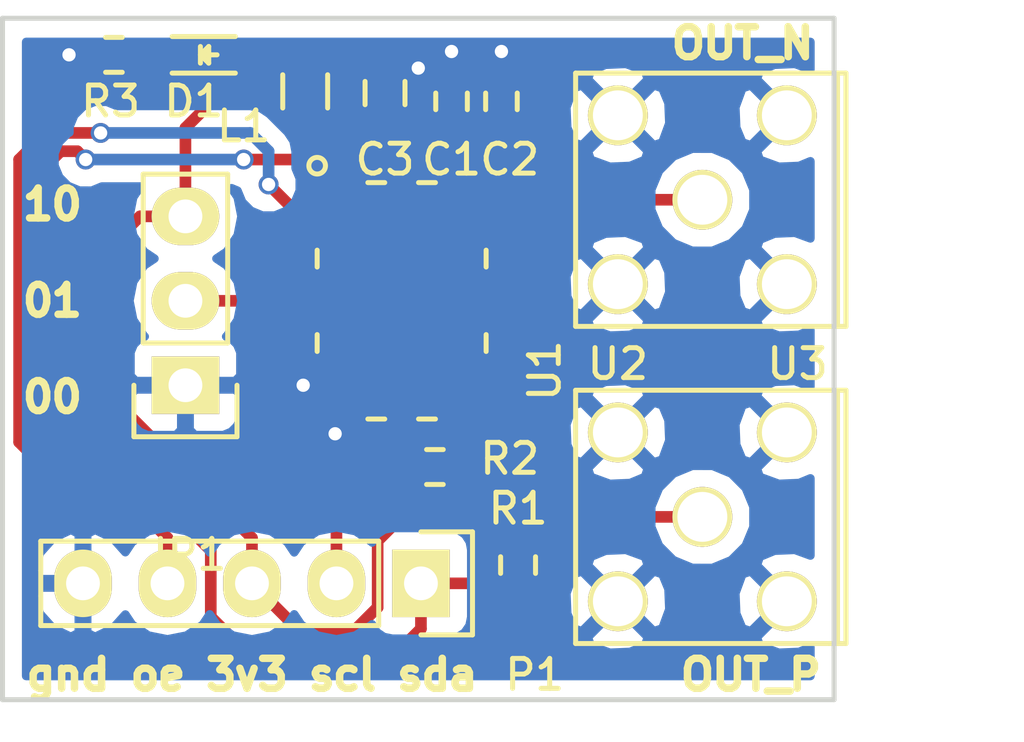
<source format=kicad_pcb>
(kicad_pcb (version 4) (host pcbnew 4.0.2-stable)

  (general
    (links 32)
    (no_connects 0)
    (area 139.424999 96.310714 170.350714 118.905)
    (thickness 1.6)
    (drawings 9)
    (tracks 102)
    (zones 0)
    (modules 13)
    (nets 11)
  )

  (page A4)
  (layers
    (0 F.Cu signal)
    (1 In1.Cu signal)
    (2 In2.Cu signal)
    (31 B.Cu signal)
    (32 B.Adhes user)
    (33 F.Adhes user)
    (34 B.Paste user)
    (35 F.Paste user)
    (36 B.SilkS user)
    (37 F.SilkS user)
    (38 B.Mask user)
    (39 F.Mask user)
    (40 Dwgs.User user)
    (41 Cmts.User user)
    (42 Eco1.User user)
    (43 Eco2.User user)
    (44 Edge.Cuts user)
    (45 Margin user)
    (46 B.CrtYd user)
    (47 F.CrtYd user)
    (48 B.Fab user)
    (49 F.Fab user)
  )

  (setup
    (last_trace_width 0.25)
    (user_trace_width 0.35)
    (trace_clearance 0.2)
    (zone_clearance 0.508)
    (zone_45_only no)
    (trace_min 0.2)
    (segment_width 0.2)
    (edge_width 0.15)
    (via_size 0.6)
    (via_drill 0.4)
    (via_min_size 0.4)
    (via_min_drill 0.3)
    (uvia_size 0.3)
    (uvia_drill 0.1)
    (uvias_allowed no)
    (uvia_min_size 0.2)
    (uvia_min_drill 0.1)
    (pcb_text_width 0.3)
    (pcb_text_size 1.5 1.5)
    (mod_edge_width 0.15)
    (mod_text_size 0.9 0.9)
    (mod_text_width 0.15)
    (pad_size 1.524 1.524)
    (pad_drill 0.762)
    (pad_to_mask_clearance 0.2)
    (aux_axis_origin 0 0)
    (visible_elements FFFEFF7F)
    (pcbplotparams
      (layerselection 0x010f0_80000001)
      (usegerberextensions true)
      (excludeedgelayer true)
      (linewidth 0.100000)
      (plotframeref false)
      (viasonmask false)
      (mode 1)
      (useauxorigin false)
      (hpglpennumber 1)
      (hpglpenspeed 20)
      (hpglpendiameter 15)
      (hpglpenoverlay 2)
      (psnegative false)
      (psa4output false)
      (plotreference true)
      (plotvalue true)
      (plotinvisibletext false)
      (padsonsilk false)
      (subtractmaskfromsilk false)
      (outputformat 1)
      (mirror false)
      (drillshape 0)
      (scaleselection 1)
      (outputdirectory gerbs/))
  )

  (net 0 "")
  (net 1 "Net-(C1-Pad1)")
  (net 2 GND)
  (net 3 +3V3)
  (net 4 "Net-(D1-Pad1)")
  (net 5 "Net-(JP1-Pad2)")
  (net 6 /SDA)
  (net 7 /SCL)
  (net 8 /OE)
  (net 9 /OUT_P)
  (net 10 /OUT_N)

  (net_class Default "This is the default net class."
    (clearance 0.2)
    (trace_width 0.25)
    (via_dia 0.6)
    (via_drill 0.4)
    (uvia_dia 0.3)
    (uvia_drill 0.1)
    (add_net +3V3)
    (add_net /OE)
    (add_net /OUT_N)
    (add_net /OUT_P)
    (add_net /SCL)
    (add_net /SDA)
    (add_net GND)
    (add_net "Net-(C1-Pad1)")
    (add_net "Net-(D1-Pad1)")
    (add_net "Net-(JP1-Pad2)")
  )

  (module Capacitors_SMD:C_0402 (layer F.Cu) (tedit 5415D599) (tstamp 571C7E0B)
    (at 153 99.5 90)
    (descr "Capacitor SMD 0402, reflow soldering, AVX (see smccp.pdf)")
    (tags "capacitor 0402")
    (path /571C7BC5)
    (attr smd)
    (fp_text reference C1 (at -1.75 0 180) (layer F.SilkS)
      (effects (font (size 0.9 0.9) (thickness 0.15)))
    )
    (fp_text value "100 nF" (at 0 1.7 90) (layer F.Fab)
      (effects (font (size 0.9 0.9) (thickness 0.15)))
    )
    (fp_line (start -1.15 -0.6) (end 1.15 -0.6) (layer F.CrtYd) (width 0.05))
    (fp_line (start -1.15 0.6) (end 1.15 0.6) (layer F.CrtYd) (width 0.05))
    (fp_line (start -1.15 -0.6) (end -1.15 0.6) (layer F.CrtYd) (width 0.05))
    (fp_line (start 1.15 -0.6) (end 1.15 0.6) (layer F.CrtYd) (width 0.05))
    (fp_line (start 0.25 -0.475) (end -0.25 -0.475) (layer F.SilkS) (width 0.15))
    (fp_line (start -0.25 0.475) (end 0.25 0.475) (layer F.SilkS) (width 0.15))
    (pad 1 smd rect (at -0.55 0 90) (size 0.6 0.5) (layers F.Cu F.Paste F.Mask)
      (net 1 "Net-(C1-Pad1)"))
    (pad 2 smd rect (at 0.55 0 90) (size 0.6 0.5) (layers F.Cu F.Paste F.Mask)
      (net 2 GND))
    (model Capacitors_SMD.3dshapes/C_0402.wrl
      (at (xyz 0 0 0))
      (scale (xyz 1 1 1))
      (rotate (xyz 0 0 0))
    )
  )

  (module Capacitors_SMD:C_0402 (layer F.Cu) (tedit 5415D599) (tstamp 571C7E11)
    (at 154.5 99.5 90)
    (descr "Capacitor SMD 0402, reflow soldering, AVX (see smccp.pdf)")
    (tags "capacitor 0402")
    (path /571C7CCF)
    (attr smd)
    (fp_text reference C2 (at -1.75 0.25 180) (layer F.SilkS)
      (effects (font (size 0.9 0.9) (thickness 0.15)))
    )
    (fp_text value "1 uF" (at 0 1.7 90) (layer F.Fab)
      (effects (font (size 0.9 0.9) (thickness 0.15)))
    )
    (fp_line (start -1.15 -0.6) (end 1.15 -0.6) (layer F.CrtYd) (width 0.05))
    (fp_line (start -1.15 0.6) (end 1.15 0.6) (layer F.CrtYd) (width 0.05))
    (fp_line (start -1.15 -0.6) (end -1.15 0.6) (layer F.CrtYd) (width 0.05))
    (fp_line (start 1.15 -0.6) (end 1.15 0.6) (layer F.CrtYd) (width 0.05))
    (fp_line (start 0.25 -0.475) (end -0.25 -0.475) (layer F.SilkS) (width 0.15))
    (fp_line (start -0.25 0.475) (end 0.25 0.475) (layer F.SilkS) (width 0.15))
    (pad 1 smd rect (at -0.55 0 90) (size 0.6 0.5) (layers F.Cu F.Paste F.Mask)
      (net 1 "Net-(C1-Pad1)"))
    (pad 2 smd rect (at 0.55 0 90) (size 0.6 0.5) (layers F.Cu F.Paste F.Mask)
      (net 2 GND))
    (model Capacitors_SMD.3dshapes/C_0402.wrl
      (at (xyz 0 0 0))
      (scale (xyz 1 1 1))
      (rotate (xyz 0 0 0))
    )
  )

  (module Capacitors_SMD:C_0603 (layer F.Cu) (tedit 5415D631) (tstamp 571C7E17)
    (at 151 99.25 90)
    (descr "Capacitor SMD 0603, reflow soldering, AVX (see smccp.pdf)")
    (tags "capacitor 0603")
    (path /571C8CBB)
    (attr smd)
    (fp_text reference C3 (at -2 0 180) (layer F.SilkS)
      (effects (font (size 0.9 0.9) (thickness 0.15)))
    )
    (fp_text value "10 uF" (at 0 1.9 90) (layer F.Fab)
      (effects (font (size 0.9 0.9) (thickness 0.15)))
    )
    (fp_line (start -1.45 -0.75) (end 1.45 -0.75) (layer F.CrtYd) (width 0.05))
    (fp_line (start -1.45 0.75) (end 1.45 0.75) (layer F.CrtYd) (width 0.05))
    (fp_line (start -1.45 -0.75) (end -1.45 0.75) (layer F.CrtYd) (width 0.05))
    (fp_line (start 1.45 -0.75) (end 1.45 0.75) (layer F.CrtYd) (width 0.05))
    (fp_line (start -0.35 -0.6) (end 0.35 -0.6) (layer F.SilkS) (width 0.15))
    (fp_line (start 0.35 0.6) (end -0.35 0.6) (layer F.SilkS) (width 0.15))
    (pad 1 smd rect (at -0.75 0 90) (size 0.8 0.75) (layers F.Cu F.Paste F.Mask)
      (net 1 "Net-(C1-Pad1)"))
    (pad 2 smd rect (at 0.75 0 90) (size 0.8 0.75) (layers F.Cu F.Paste F.Mask)
      (net 2 GND))
    (model Capacitors_SMD.3dshapes/C_0603.wrl
      (at (xyz 0 0 0))
      (scale (xyz 1 1 1))
      (rotate (xyz 0 0 0))
    )
  )

  (module LEDs:LED_0603 (layer F.Cu) (tedit 55BDE255) (tstamp 571C7E1D)
    (at 145.7 98.1)
    (descr "LED 0603 smd package")
    (tags "LED led 0603 SMD smd SMT smt smdled SMDLED smtled SMTLED")
    (path /571C8FEC)
    (attr smd)
    (fp_text reference D1 (at -0.45 1.4) (layer F.SilkS)
      (effects (font (size 0.9 0.9) (thickness 0.15)))
    )
    (fp_text value LED (at 0 1.5) (layer F.Fab)
      (effects (font (size 0.9 0.9) (thickness 0.15)))
    )
    (fp_line (start -1.1 0.55) (end 0.8 0.55) (layer F.SilkS) (width 0.15))
    (fp_line (start -1.1 -0.55) (end 0.8 -0.55) (layer F.SilkS) (width 0.15))
    (fp_line (start -0.2 0) (end 0.25 0) (layer F.SilkS) (width 0.15))
    (fp_line (start -0.25 -0.25) (end -0.25 0.25) (layer F.SilkS) (width 0.15))
    (fp_line (start -0.25 0) (end 0 -0.25) (layer F.SilkS) (width 0.15))
    (fp_line (start 0 -0.25) (end 0 0.25) (layer F.SilkS) (width 0.15))
    (fp_line (start 0 0.25) (end -0.25 0) (layer F.SilkS) (width 0.15))
    (fp_line (start 1.4 -0.75) (end 1.4 0.75) (layer F.CrtYd) (width 0.05))
    (fp_line (start 1.4 0.75) (end -1.4 0.75) (layer F.CrtYd) (width 0.05))
    (fp_line (start -1.4 0.75) (end -1.4 -0.75) (layer F.CrtYd) (width 0.05))
    (fp_line (start -1.4 -0.75) (end 1.4 -0.75) (layer F.CrtYd) (width 0.05))
    (pad 2 smd rect (at 0.7493 0 180) (size 0.79756 0.79756) (layers F.Cu F.Paste F.Mask)
      (net 3 +3V3))
    (pad 1 smd rect (at -0.7493 0 180) (size 0.79756 0.79756) (layers F.Cu F.Paste F.Mask)
      (net 4 "Net-(D1-Pad1)"))
    (model LEDs.3dshapes/LED_0603.wrl
      (at (xyz 0 0 0))
      (scale (xyz 1 1 1))
      (rotate (xyz 0 0 180))
    )
  )

  (module Pin_Headers:Pin_Header_Straight_1x03 (layer F.Cu) (tedit 0) (tstamp 571C7E24)
    (at 145 108.04 180)
    (descr "Through hole pin header")
    (tags "pin header")
    (path /571C7A98)
    (fp_text reference JP1 (at 0 -5.1 180) (layer F.SilkS)
      (effects (font (size 0.9 0.9) (thickness 0.15)))
    )
    (fp_text value JUMPER3 (at 0 -3.1 180) (layer F.Fab)
      (effects (font (size 0.9 0.9) (thickness 0.15)))
    )
    (fp_line (start -1.75 -1.75) (end -1.75 6.85) (layer F.CrtYd) (width 0.05))
    (fp_line (start 1.75 -1.75) (end 1.75 6.85) (layer F.CrtYd) (width 0.05))
    (fp_line (start -1.75 -1.75) (end 1.75 -1.75) (layer F.CrtYd) (width 0.05))
    (fp_line (start -1.75 6.85) (end 1.75 6.85) (layer F.CrtYd) (width 0.05))
    (fp_line (start -1.27 1.27) (end -1.27 6.35) (layer F.SilkS) (width 0.15))
    (fp_line (start -1.27 6.35) (end 1.27 6.35) (layer F.SilkS) (width 0.15))
    (fp_line (start 1.27 6.35) (end 1.27 1.27) (layer F.SilkS) (width 0.15))
    (fp_line (start 1.55 -1.55) (end 1.55 0) (layer F.SilkS) (width 0.15))
    (fp_line (start 1.27 1.27) (end -1.27 1.27) (layer F.SilkS) (width 0.15))
    (fp_line (start -1.55 0) (end -1.55 -1.55) (layer F.SilkS) (width 0.15))
    (fp_line (start -1.55 -1.55) (end 1.55 -1.55) (layer F.SilkS) (width 0.15))
    (pad 1 thru_hole rect (at 0 0 180) (size 2.032 1.7272) (drill 1.016) (layers *.Cu *.Mask F.SilkS)
      (net 2 GND))
    (pad 2 thru_hole oval (at 0 2.54 180) (size 2.032 1.7272) (drill 1.016) (layers *.Cu *.Mask F.SilkS)
      (net 5 "Net-(JP1-Pad2)"))
    (pad 3 thru_hole oval (at 0 5.08 180) (size 2.032 1.7272) (drill 1.016) (layers *.Cu *.Mask F.SilkS)
      (net 3 +3V3))
    (model Pin_Headers.3dshapes/Pin_Header_Straight_1x03.wrl
      (at (xyz 0 -0.1 0))
      (scale (xyz 1 1 1))
      (rotate (xyz 0 0 90))
    )
  )

  (module Resistors_SMD:R_0603 (layer F.Cu) (tedit 5415CC62) (tstamp 571C7E2A)
    (at 148.6 99.2 270)
    (descr "Resistor SMD 0603, reflow soldering, Vishay (see dcrcw.pdf)")
    (tags "resistor 0603")
    (path /571C7D7A)
    (attr smd)
    (fp_text reference L1 (at 1.05 1.85 360) (layer F.SilkS)
      (effects (font (size 0.9 0.9) (thickness 0.15)))
    )
    (fp_text value L_Small (at 0 1.9 270) (layer F.Fab)
      (effects (font (size 0.9 0.9) (thickness 0.15)))
    )
    (fp_line (start -1.3 -0.8) (end 1.3 -0.8) (layer F.CrtYd) (width 0.05))
    (fp_line (start -1.3 0.8) (end 1.3 0.8) (layer F.CrtYd) (width 0.05))
    (fp_line (start -1.3 -0.8) (end -1.3 0.8) (layer F.CrtYd) (width 0.05))
    (fp_line (start 1.3 -0.8) (end 1.3 0.8) (layer F.CrtYd) (width 0.05))
    (fp_line (start 0.5 0.675) (end -0.5 0.675) (layer F.SilkS) (width 0.15))
    (fp_line (start -0.5 -0.675) (end 0.5 -0.675) (layer F.SilkS) (width 0.15))
    (pad 1 smd rect (at -0.75 0 270) (size 0.5 0.9) (layers F.Cu F.Paste F.Mask)
      (net 3 +3V3))
    (pad 2 smd rect (at 0.75 0 270) (size 0.5 0.9) (layers F.Cu F.Paste F.Mask)
      (net 1 "Net-(C1-Pad1)"))
    (model Resistors_SMD.3dshapes/R_0603.wrl
      (at (xyz 0 0 0))
      (scale (xyz 1 1 1))
      (rotate (xyz 0 0 0))
    )
  )

  (module Pin_Headers:Pin_Header_Straight_1x05 (layer F.Cu) (tedit 54EA0684) (tstamp 571C7E33)
    (at 152.08 114 270)
    (descr "Through hole pin header")
    (tags "pin header")
    (path /571C802D)
    (fp_text reference P1 (at 2.75 -3.42 360) (layer F.SilkS)
      (effects (font (size 0.9 0.9) (thickness 0.15)))
    )
    (fp_text value CONN_01X05 (at 0 -3.1 270) (layer F.Fab)
      (effects (font (size 0.9 0.9) (thickness 0.15)))
    )
    (fp_line (start -1.55 0) (end -1.55 -1.55) (layer F.SilkS) (width 0.15))
    (fp_line (start -1.55 -1.55) (end 1.55 -1.55) (layer F.SilkS) (width 0.15))
    (fp_line (start 1.55 -1.55) (end 1.55 0) (layer F.SilkS) (width 0.15))
    (fp_line (start -1.75 -1.75) (end -1.75 11.95) (layer F.CrtYd) (width 0.05))
    (fp_line (start 1.75 -1.75) (end 1.75 11.95) (layer F.CrtYd) (width 0.05))
    (fp_line (start -1.75 -1.75) (end 1.75 -1.75) (layer F.CrtYd) (width 0.05))
    (fp_line (start -1.75 11.95) (end 1.75 11.95) (layer F.CrtYd) (width 0.05))
    (fp_line (start 1.27 1.27) (end 1.27 11.43) (layer F.SilkS) (width 0.15))
    (fp_line (start 1.27 11.43) (end -1.27 11.43) (layer F.SilkS) (width 0.15))
    (fp_line (start -1.27 11.43) (end -1.27 1.27) (layer F.SilkS) (width 0.15))
    (fp_line (start 1.27 1.27) (end -1.27 1.27) (layer F.SilkS) (width 0.15))
    (pad 1 thru_hole rect (at 0 0 270) (size 2.032 1.7272) (drill 1.016) (layers *.Cu *.Mask F.SilkS)
      (net 6 /SDA))
    (pad 2 thru_hole oval (at 0 2.54 270) (size 2.032 1.7272) (drill 1.016) (layers *.Cu *.Mask F.SilkS)
      (net 7 /SCL))
    (pad 3 thru_hole oval (at 0 5.08 270) (size 2.032 1.7272) (drill 1.016) (layers *.Cu *.Mask F.SilkS)
      (net 3 +3V3))
    (pad 4 thru_hole oval (at 0 7.62 270) (size 2.032 1.7272) (drill 1.016) (layers *.Cu *.Mask F.SilkS)
      (net 8 /OE))
    (pad 5 thru_hole oval (at 0 10.16 270) (size 2.032 1.7272) (drill 1.016) (layers *.Cu *.Mask F.SilkS)
      (net 2 GND))
    (model Pin_Headers.3dshapes/Pin_Header_Straight_1x05.wrl
      (at (xyz 0 -0.2 0))
      (scale (xyz 1 1 1))
      (rotate (xyz 0 0 90))
    )
  )

  (module Resistors_SMD:R_0402 (layer F.Cu) (tedit 5415CBB8) (tstamp 571C7E39)
    (at 155 113.45 270)
    (descr "Resistor SMD 0402, reflow soldering, Vishay (see dcrcw.pdf)")
    (tags "resistor 0402")
    (path /571C846B)
    (attr smd)
    (fp_text reference R1 (at -1.7 0 360) (layer F.SilkS)
      (effects (font (size 0.9 0.9) (thickness 0.15)))
    )
    (fp_text value 10k (at 0 1.8 270) (layer F.Fab)
      (effects (font (size 0.9 0.9) (thickness 0.15)))
    )
    (fp_line (start -0.95 -0.65) (end 0.95 -0.65) (layer F.CrtYd) (width 0.05))
    (fp_line (start -0.95 0.65) (end 0.95 0.65) (layer F.CrtYd) (width 0.05))
    (fp_line (start -0.95 -0.65) (end -0.95 0.65) (layer F.CrtYd) (width 0.05))
    (fp_line (start 0.95 -0.65) (end 0.95 0.65) (layer F.CrtYd) (width 0.05))
    (fp_line (start 0.25 -0.525) (end -0.25 -0.525) (layer F.SilkS) (width 0.15))
    (fp_line (start -0.25 0.525) (end 0.25 0.525) (layer F.SilkS) (width 0.15))
    (pad 1 smd rect (at -0.45 0 270) (size 0.4 0.6) (layers F.Cu F.Paste F.Mask)
      (net 3 +3V3))
    (pad 2 smd rect (at 0.45 0 270) (size 0.4 0.6) (layers F.Cu F.Paste F.Mask)
      (net 6 /SDA))
    (model Resistors_SMD.3dshapes/R_0402.wrl
      (at (xyz 0 0 0))
      (scale (xyz 1 1 1))
      (rotate (xyz 0 0 0))
    )
  )

  (module Resistors_SMD:R_0402 (layer F.Cu) (tedit 5415CBB8) (tstamp 571C7E3F)
    (at 152.5 110.5 180)
    (descr "Resistor SMD 0402, reflow soldering, Vishay (see dcrcw.pdf)")
    (tags "resistor 0402")
    (path /571C7E8E)
    (attr smd)
    (fp_text reference R2 (at -2.25 0.25 180) (layer F.SilkS)
      (effects (font (size 0.9 0.9) (thickness 0.15)))
    )
    (fp_text value 10k (at 0 1.8 180) (layer F.Fab)
      (effects (font (size 0.9 0.9) (thickness 0.15)))
    )
    (fp_line (start -0.95 -0.65) (end 0.95 -0.65) (layer F.CrtYd) (width 0.05))
    (fp_line (start -0.95 0.65) (end 0.95 0.65) (layer F.CrtYd) (width 0.05))
    (fp_line (start -0.95 -0.65) (end -0.95 0.65) (layer F.CrtYd) (width 0.05))
    (fp_line (start 0.95 -0.65) (end 0.95 0.65) (layer F.CrtYd) (width 0.05))
    (fp_line (start 0.25 -0.525) (end -0.25 -0.525) (layer F.SilkS) (width 0.15))
    (fp_line (start -0.25 0.525) (end 0.25 0.525) (layer F.SilkS) (width 0.15))
    (pad 1 smd rect (at -0.45 0 180) (size 0.4 0.6) (layers F.Cu F.Paste F.Mask)
      (net 3 +3V3))
    (pad 2 smd rect (at 0.45 0 180) (size 0.4 0.6) (layers F.Cu F.Paste F.Mask)
      (net 7 /SCL))
    (model Resistors_SMD.3dshapes/R_0402.wrl
      (at (xyz 0 0 0))
      (scale (xyz 1 1 1))
      (rotate (xyz 0 0 0))
    )
  )

  (module Resistors_SMD:R_0402 (layer F.Cu) (tedit 5415CBB8) (tstamp 571C7E45)
    (at 142.85 98.1)
    (descr "Resistor SMD 0402, reflow soldering, Vishay (see dcrcw.pdf)")
    (tags "resistor 0402")
    (path /571C90F2)
    (attr smd)
    (fp_text reference R3 (at -0.1 1.4) (layer F.SilkS)
      (effects (font (size 0.9 0.9) (thickness 0.15)))
    )
    (fp_text value 10k (at 0 1.8) (layer F.Fab)
      (effects (font (size 0.9 0.9) (thickness 0.15)))
    )
    (fp_line (start -0.95 -0.65) (end 0.95 -0.65) (layer F.CrtYd) (width 0.05))
    (fp_line (start -0.95 0.65) (end 0.95 0.65) (layer F.CrtYd) (width 0.05))
    (fp_line (start -0.95 -0.65) (end -0.95 0.65) (layer F.CrtYd) (width 0.05))
    (fp_line (start 0.95 -0.65) (end 0.95 0.65) (layer F.CrtYd) (width 0.05))
    (fp_line (start 0.25 -0.525) (end -0.25 -0.525) (layer F.SilkS) (width 0.15))
    (fp_line (start -0.25 0.525) (end 0.25 0.525) (layer F.SilkS) (width 0.15))
    (pad 1 smd rect (at -0.45 0) (size 0.4 0.6) (layers F.Cu F.Paste F.Mask)
      (net 2 GND))
    (pad 2 smd rect (at 0.45 0) (size 0.4 0.6) (layers F.Cu F.Paste F.Mask)
      (net 4 "Net-(D1-Pad1)"))
    (model Resistors_SMD.3dshapes/R_0402.wrl
      (at (xyz 0 0 0))
      (scale (xyz 1 1 1))
      (rotate (xyz 0 0 0))
    )
  )

  (module vna_footprints:QFM8 (layer F.Cu) (tedit 571B41B8) (tstamp 571C7E51)
    (at 151.5 105.5)
    (path /571C7A71)
    (fp_text reference U1 (at 4.3 2.1 90) (layer F.SilkS)
      (effects (font (size 0.9 0.9) (thickness 0.15)))
    )
    (fp_text value LMK61E2 (at 4.064 -6.604) (layer F.Fab)
      (effects (font (size 0.9 0.9) (thickness 0.15)))
    )
    (fp_line (start 0.508 3.556) (end 1.016 3.556) (layer F.SilkS) (width 0.15))
    (fp_line (start -1.016 3.556) (end -0.508 3.556) (layer F.SilkS) (width 0.15))
    (fp_line (start -1.016 -3.556) (end -0.508 -3.556) (layer F.SilkS) (width 0.15))
    (fp_line (start 0.508 -3.556) (end 1.016 -3.556) (layer F.SilkS) (width 0.15))
    (fp_line (start 2.54 -1.524) (end 2.54 -1.016) (layer F.SilkS) (width 0.15))
    (fp_line (start 2.54 1.016) (end 2.54 1.524) (layer F.SilkS) (width 0.15))
    (fp_line (start -2.54 1.016) (end -2.54 1.524) (layer F.SilkS) (width 0.15))
    (fp_line (start -2.54 -1.524) (end -2.54 -1.016) (layer F.SilkS) (width 0.15))
    (fp_circle (center -2.54 -4.064) (end -2.79 -4.064) (layer F.SilkS) (width 0.15))
    (pad 1 smd rect (at -1.85 -2.54) (size 1 1.4) (layers F.Cu F.Paste F.Mask)
      (net 8 /OE))
    (pad 2 smd rect (at -1.85 0) (size 1 1.4) (layers F.Cu F.Paste F.Mask)
      (net 5 "Net-(JP1-Pad2)"))
    (pad 3 smd rect (at -1.85 2.54) (size 1 1.4) (layers F.Cu F.Paste F.Mask)
      (net 2 GND))
    (pad 4 smd rect (at 1.85 2.54) (size 1 1.4) (layers F.Cu F.Paste F.Mask)
      (net 9 /OUT_P))
    (pad 5 smd rect (at 1.85 0) (size 1 1.4) (layers F.Cu F.Paste F.Mask)
      (net 10 /OUT_N))
    (pad 6 smd rect (at 1.85 -2.54) (size 1 1.4) (layers F.Cu F.Paste F.Mask)
      (net 1 "Net-(C1-Pad1)"))
    (pad 7 smd rect (at 0 -2.865) (size 0.8 0.8) (layers F.Cu F.Paste F.Mask)
      (net 6 /SDA))
    (pad 8 smd rect (at 0 2.865) (size 0.8 0.8) (layers F.Cu F.Paste F.Mask)
      (net 7 /SCL))
  )

  (module vna_footprints:732512200_SMA (layer F.Cu) (tedit 56AF1EC8) (tstamp 571C7E5A)
    (at 160.54 112 180)
    (path /571C9C12)
    (fp_text reference U2 (at 2.54 4.6 180) (layer F.SilkS)
      (effects (font (size 0.9 0.9) (thickness 0.15)))
    )
    (fp_text value CONN_SMA (at -6 -6 180) (layer F.Fab)
      (effects (font (size 0.9 0.9) (thickness 0.15)))
    )
    (fp_line (start -4.064 3.81) (end -4.064 -3.81) (layer F.SilkS) (width 0.15))
    (fp_line (start -4.318 3.81) (end -3.81 3.81) (layer F.SilkS) (width 0.15))
    (fp_line (start -4.318 -3.81) (end -4.318 3.81) (layer F.SilkS) (width 0.15))
    (fp_line (start -4.318 -3.81) (end -3.81 -3.81) (layer F.SilkS) (width 0.15))
    (fp_line (start 3.81 3.81) (end -3.81 3.81) (layer F.SilkS) (width 0.15))
    (fp_line (start 3.81 -3.81) (end 3.81 3.81) (layer F.SilkS) (width 0.15))
    (fp_line (start -3.81 -3.81) (end 3.81 -3.81) (layer F.SilkS) (width 0.15))
    (pad 1 thru_hole circle (at 0 0 180) (size 1.8 1.8) (drill 1.5) (layers *.Cu *.Mask F.SilkS)
      (net 9 /OUT_P))
    (pad 2 thru_hole circle (at -2.54 2.54 180) (size 1.8 1.8) (drill 1.5) (layers *.Cu *.Mask F.SilkS)
      (net 2 GND))
    (pad 3 thru_hole circle (at -2.54 -2.54 180) (size 1.8 1.8) (drill 1.5) (layers *.Cu *.Mask F.SilkS)
      (net 2 GND))
    (pad 4 thru_hole circle (at 2.54 -2.54 180) (size 1.8 1.8) (drill 1.5) (layers *.Cu *.Mask F.SilkS)
      (net 2 GND))
    (pad 5 thru_hole circle (at 2.54 2.54 180) (size 1.8 1.8) (drill 1.5) (layers *.Cu *.Mask F.SilkS)
      (net 2 GND))
  )

  (module vna_footprints:732512200_SMA (layer F.Cu) (tedit 56AF1EC8) (tstamp 571C7E63)
    (at 160.54 102.46 180)
    (path /571C9880)
    (fp_text reference U3 (at -2.86 -4.94 180) (layer F.SilkS)
      (effects (font (size 0.9 0.9) (thickness 0.15)))
    )
    (fp_text value CONN_SMA (at -6 -6 180) (layer F.Fab)
      (effects (font (size 0.9 0.9) (thickness 0.15)))
    )
    (fp_line (start -4.064 3.81) (end -4.064 -3.81) (layer F.SilkS) (width 0.15))
    (fp_line (start -4.318 3.81) (end -3.81 3.81) (layer F.SilkS) (width 0.15))
    (fp_line (start -4.318 -3.81) (end -4.318 3.81) (layer F.SilkS) (width 0.15))
    (fp_line (start -4.318 -3.81) (end -3.81 -3.81) (layer F.SilkS) (width 0.15))
    (fp_line (start 3.81 3.81) (end -3.81 3.81) (layer F.SilkS) (width 0.15))
    (fp_line (start 3.81 -3.81) (end 3.81 3.81) (layer F.SilkS) (width 0.15))
    (fp_line (start -3.81 -3.81) (end 3.81 -3.81) (layer F.SilkS) (width 0.15))
    (pad 1 thru_hole circle (at 0 0 180) (size 1.8 1.8) (drill 1.5) (layers *.Cu *.Mask F.SilkS)
      (net 10 /OUT_N))
    (pad 2 thru_hole circle (at -2.54 2.54 180) (size 1.8 1.8) (drill 1.5) (layers *.Cu *.Mask F.SilkS)
      (net 2 GND))
    (pad 3 thru_hole circle (at -2.54 -2.54 180) (size 1.8 1.8) (drill 1.5) (layers *.Cu *.Mask F.SilkS)
      (net 2 GND))
    (pad 4 thru_hole circle (at 2.54 -2.54 180) (size 1.8 1.8) (drill 1.5) (layers *.Cu *.Mask F.SilkS)
      (net 2 GND))
    (pad 5 thru_hole circle (at 2.54 2.54 180) (size 1.8 1.8) (drill 1.5) (layers *.Cu *.Mask F.SilkS)
      (net 2 GND))
  )

  (gr_text OUT_N (at 161.75 97.75) (layer F.SilkS) (tstamp 571CEA6F)
    (effects (font (size 0.9 0.9) (thickness 0.225)))
  )
  (gr_text OUT_P (at 162 116.75) (layer F.SilkS) (tstamp 571CEA6B)
    (effects (font (size 0.9 0.9) (thickness 0.225)))
  )
  (gr_text "10\n\n01\n\n00" (at 141 105.5) (layer F.SilkS)
    (effects (font (size 0.9 0.9) (thickness 0.225)))
  )
  (gr_text "gnd oe 3v3 scl sda" (at 147 116.75) (layer F.SilkS)
    (effects (font (size 0.9 0.9) (thickness 0.225)))
  )
  (gr_line (start 164.5 117.5) (end 164.5 116) (layer Edge.Cuts) (width 0.15))
  (gr_line (start 139.5 117.5) (end 164.5 117.5) (layer Edge.Cuts) (width 0.15))
  (gr_line (start 139.5 97) (end 139.5 117.5) (layer Edge.Cuts) (width 0.15))
  (gr_line (start 164.5 97) (end 139.5 97) (layer Edge.Cuts) (width 0.15))
  (gr_line (start 164.5 116) (end 164.5 97) (layer Edge.Cuts) (width 0.15))

  (segment (start 151 100) (end 148.65 100) (width 0.35) (layer F.Cu) (net 1))
  (segment (start 148.65 100) (end 148.6 99.95) (width 0.35) (layer F.Cu) (net 1))
  (segment (start 153 100.05) (end 151.05 100.05) (width 0.35) (layer F.Cu) (net 1))
  (segment (start 151.05 100.05) (end 151 100) (width 0.35) (layer F.Cu) (net 1))
  (segment (start 153 100.05) (end 154.5 100.05) (width 0.35) (layer F.Cu) (net 1))
  (segment (start 153.35 101.35) (end 153 101) (width 0.35) (layer F.Cu) (net 1))
  (segment (start 153 101) (end 153 100.05) (width 0.35) (layer F.Cu) (net 1))
  (segment (start 153.35 102.96) (end 153.35 101.35) (width 0.35) (layer F.Cu) (net 1))
  (segment (start 151 98.5) (end 152 98.5) (width 0.35) (layer F.Cu) (net 2))
  (via (at 152 98.5) (size 0.6) (drill 0.4) (layers F.Cu B.Cu) (net 2))
  (via (at 141.5 98.1) (size 0.6) (drill 0.4) (layers F.Cu B.Cu) (net 2))
  (segment (start 142.4 98.1) (end 141.5 98.1) (width 0.35) (layer F.Cu) (net 2))
  (via (at 153 98) (size 0.6) (drill 0.4) (layers F.Cu B.Cu) (net 2))
  (segment (start 153 98.95) (end 153 98) (width 0.35) (layer F.Cu) (net 2))
  (segment (start 154.5 98.95) (end 154.5 98) (width 0.35) (layer F.Cu) (net 2))
  (via (at 154.5 98) (size 0.6) (drill 0.4) (layers F.Cu B.Cu) (net 2))
  (segment (start 149.65 108.04) (end 149.65 109.35) (width 0.35) (layer F.Cu) (net 2))
  (segment (start 149.65 109.35) (end 149.5 109.5) (width 0.35) (layer F.Cu) (net 2))
  (via (at 149.5 109.5) (size 0.6) (drill 0.4) (layers F.Cu B.Cu) (net 2))
  (via (at 148.54 108.04) (size 0.6) (drill 0.4) (layers F.Cu B.Cu) (net 2))
  (segment (start 149.65 108.04) (end 148.54 108.04) (width 0.35) (layer F.Cu) (net 2))
  (segment (start 142.5 104.094) (end 142.5 108.134) (width 0.35) (layer F.Cu) (net 3))
  (segment (start 142.5 108.134) (end 147 112.634) (width 0.35) (layer F.Cu) (net 3))
  (segment (start 147 112.634) (end 147 114) (width 0.35) (layer F.Cu) (net 3))
  (segment (start 145 102.96) (end 143.634 102.96) (width 0.35) (layer F.Cu) (net 3))
  (segment (start 143.634 102.96) (end 142.5 104.094) (width 0.35) (layer F.Cu) (net 3))
  (segment (start 146.4493 98.1) (end 146.4493 98.84878) (width 0.35) (layer F.Cu) (net 3))
  (segment (start 146.4493 98.84878) (end 145 100.29808) (width 0.35) (layer F.Cu) (net 3))
  (segment (start 145 100.29808) (end 145 101.7464) (width 0.35) (layer F.Cu) (net 3))
  (segment (start 145 101.7464) (end 145 102.96) (width 0.35) (layer F.Cu) (net 3))
  (segment (start 147.3 98.1) (end 147.65 98.45) (width 0.35) (layer F.Cu) (net 3))
  (segment (start 147.65 98.45) (end 148.6 98.45) (width 0.35) (layer F.Cu) (net 3))
  (segment (start 146.4493 98.1) (end 147.3 98.1) (width 0.35) (layer F.Cu) (net 3))
  (segment (start 147 114) (end 148.39101 115.39101) (width 0.35) (layer F.Cu) (net 3))
  (segment (start 148.39101 115.39101) (end 150.10899 115.39101) (width 0.35) (layer F.Cu) (net 3))
  (segment (start 150.10899 115.39101) (end 150.77861 114.72139) (width 0.35) (layer F.Cu) (net 3))
  (segment (start 150.77861 114.72139) (end 150.77861 112.72139) (width 0.35) (layer F.Cu) (net 3))
  (segment (start 150.77861 112.72139) (end 151.5 112) (width 0.35) (layer F.Cu) (net 3))
  (segment (start 151.5 112) (end 153 112) (width 0.35) (layer F.Cu) (net 3))
  (segment (start 153 112) (end 153.5 111.5) (width 0.35) (layer F.Cu) (net 3))
  (segment (start 153.5 111.5) (end 154 112) (width 0.35) (layer F.Cu) (net 3))
  (segment (start 153 111) (end 153.5 111.5) (width 0.35) (layer F.Cu) (net 3))
  (segment (start 152.95 110.5) (end 152.95 110.6) (width 0.35) (layer F.Cu) (net 3))
  (segment (start 152.95 110.6) (end 153 110.65) (width 0.35) (layer F.Cu) (net 3))
  (segment (start 153 110.65) (end 153 111) (width 0.35) (layer F.Cu) (net 3))
  (segment (start 154 112) (end 154.55 112) (width 0.35) (layer F.Cu) (net 3))
  (segment (start 154.55 112) (end 155 112.45) (width 0.35) (layer F.Cu) (net 3))
  (segment (start 155 112.45) (end 155 113) (width 0.35) (layer F.Cu) (net 3))
  (segment (start 144.9507 98.1) (end 143.3 98.1) (width 0.35) (layer F.Cu) (net 4))
  (segment (start 145 105.5) (end 149.65 105.5) (width 0.35) (layer F.Cu) (net 5))
  (segment (start 150.815 101.2) (end 150.765 101.25) (width 0.35) (layer F.Cu) (net 6))
  (segment (start 150.765 101.25) (end 146.75 101.25) (width 0.35) (layer F.Cu) (net 6))
  (via (at 146.75 101.25) (size 0.6) (drill 0.4) (layers F.Cu B.Cu) (net 6))
  (segment (start 142 101.25) (end 146.75 101.25) (width 0.35) (layer B.Cu) (net 6))
  (segment (start 141.75 101) (end 142 101.25) (width 0.35) (layer F.Cu) (net 6))
  (via (at 142 101.25) (size 0.6) (drill 0.4) (layers F.Cu B.Cu) (net 6))
  (segment (start 141.25 101) (end 141.75 101) (width 0.35) (layer F.Cu) (net 6))
  (segment (start 140.55001 101.69999) (end 141.25 101) (width 0.35) (layer F.Cu) (net 6))
  (segment (start 140.55001 109.30001) (end 140.55001 101.69999) (width 0.35) (layer F.Cu) (net 6))
  (segment (start 141.94999 110.69999) (end 140.55001 109.30001) (width 0.35) (layer F.Cu) (net 6))
  (segment (start 145.76139 113.01139) (end 143.44999 110.69999) (width 0.35) (layer F.Cu) (net 6))
  (segment (start 143.44999 110.69999) (end 141.94999 110.69999) (width 0.35) (layer F.Cu) (net 6))
  (segment (start 147.25 116.5) (end 145.76139 115.01139) (width 0.35) (layer F.Cu) (net 6))
  (segment (start 145.76139 115.01139) (end 145.76139 113.01139) (width 0.35) (layer F.Cu) (net 6))
  (segment (start 150.946 116.5) (end 147.25 116.5) (width 0.35) (layer F.Cu) (net 6))
  (segment (start 152.08 114) (end 152.08 115.366) (width 0.35) (layer F.Cu) (net 6))
  (segment (start 152.08 115.366) (end 150.946 116.5) (width 0.35) (layer F.Cu) (net 6))
  (segment (start 151.5 102.635) (end 151.5 101.885) (width 0.35) (layer F.Cu) (net 6))
  (segment (start 151.5 101.885) (end 150.815 101.2) (width 0.35) (layer F.Cu) (net 6))
  (segment (start 152.08 114) (end 154.9 114) (width 0.35) (layer F.Cu) (net 6))
  (segment (start 154.9 114) (end 155 113.9) (width 0.35) (layer F.Cu) (net 6))
  (segment (start 151.5 109.5) (end 151 110) (width 0.35) (layer F.Cu) (net 7))
  (segment (start 151 110) (end 149.54 111.46) (width 0.35) (layer F.Cu) (net 7))
  (segment (start 152.05 110.5) (end 151.5 110.5) (width 0.35) (layer F.Cu) (net 7))
  (segment (start 151.5 110.5) (end 151 110) (width 0.35) (layer F.Cu) (net 7))
  (segment (start 149.54 111.46) (end 149.54 114) (width 0.35) (layer F.Cu) (net 7))
  (segment (start 151.5 108.365) (end 151.5 109.5) (width 0.35) (layer F.Cu) (net 7))
  (segment (start 147.5 102) (end 148.46 102.96) (width 0.35) (layer F.Cu) (net 8))
  (segment (start 148.46 102.96) (end 149.65 102.96) (width 0.35) (layer F.Cu) (net 8))
  (segment (start 147.5 101.000998) (end 147.5 102) (width 0.35) (layer B.Cu) (net 8))
  (via (at 147.5 102) (size 0.6) (drill 0.4) (layers F.Cu B.Cu) (net 8))
  (segment (start 142.44999 100.44999) (end 146.948992 100.44999) (width 0.35) (layer B.Cu) (net 8))
  (segment (start 146.948992 100.44999) (end 147.5 101.000998) (width 0.35) (layer B.Cu) (net 8))
  (via (at 142.44999 100.44999) (size 0.6) (drill 0.4) (layers F.Cu B.Cu) (net 8))
  (segment (start 140.75 100.5) (end 140.972169 100.5) (width 0.35) (layer F.Cu) (net 8))
  (segment (start 140.972169 100.5) (end 141.022179 100.44999) (width 0.35) (layer F.Cu) (net 8))
  (segment (start 141.022179 100.44999) (end 142.44999 100.44999) (width 0.35) (layer F.Cu) (net 8))
  (segment (start 140 101.25) (end 140.75 100.5) (width 0.35) (layer F.Cu) (net 8))
  (segment (start 140 109.75) (end 140 101.25) (width 0.35) (layer F.Cu) (net 8))
  (segment (start 141.5 111.25) (end 140 109.75) (width 0.35) (layer F.Cu) (net 8))
  (segment (start 143.076 111.25) (end 141.5 111.25) (width 0.35) (layer F.Cu) (net 8))
  (segment (start 144.46 114) (end 144.46 112.634) (width 0.35) (layer F.Cu) (net 8))
  (segment (start 144.46 112.634) (end 143.076 111.25) (width 0.35) (layer F.Cu) (net 8))
  (segment (start 155 109.5) (end 155 108.58) (width 0.35) (layer F.Cu) (net 9))
  (segment (start 155 108.58) (end 154.46 108.04) (width 0.35) (layer F.Cu) (net 9))
  (segment (start 157.5 112) (end 155 109.5) (width 0.35) (layer F.Cu) (net 9))
  (segment (start 160.54 112) (end 157.5 112) (width 0.35) (layer F.Cu) (net 9))
  (segment (start 153.35 108.04) (end 154.46 108.04) (width 0.35) (layer F.Cu) (net 9))
  (segment (start 157.54 102.46) (end 154.5 105.5) (width 0.35) (layer F.Cu) (net 10))
  (segment (start 154.5 105.5) (end 154.2 105.5) (width 0.35) (layer F.Cu) (net 10))
  (segment (start 160.54 102.46) (end 157.54 102.46) (width 0.35) (layer F.Cu) (net 10))
  (segment (start 153.35 105.5) (end 154.2 105.5) (width 0.35) (layer F.Cu) (net 10))

  (zone (net 2) (net_name GND) (layer B.Cu) (tstamp 0) (hatch edge 0.508)
    (connect_pads (clearance 0.508))
    (min_thickness 0.254)
    (fill yes (arc_segments 16) (thermal_gap 0.508) (thermal_bridge_width 0.508))
    (polygon
      (pts
        (xy 164.5 117.5) (xy 164.5 97) (xy 139.5 97) (xy 139.5 117.5)
      )
    )
    (filled_polygon
      (pts
        (xy 163.79 98.545253) (xy 163.320664 98.373542) (xy 162.71054 98.399161) (xy 162.265852 98.583357) (xy 162.179446 98.839841)
        (xy 163.08 99.740395) (xy 163.094143 99.726253) (xy 163.273748 99.905858) (xy 163.259605 99.92) (xy 163.273748 99.934143)
        (xy 163.094143 100.113748) (xy 163.08 100.099605) (xy 162.179446 101.000159) (xy 162.265852 101.256643) (xy 162.839336 101.466458)
        (xy 163.44946 101.440839) (xy 163.79 101.299783) (xy 163.79 103.625253) (xy 163.320664 103.453542) (xy 162.71054 103.479161)
        (xy 162.265852 103.663357) (xy 162.179446 103.919841) (xy 163.08 104.820395) (xy 163.094143 104.806253) (xy 163.273748 104.985858)
        (xy 163.259605 105) (xy 163.273748 105.014143) (xy 163.094143 105.193748) (xy 163.08 105.179605) (xy 162.179446 106.080159)
        (xy 162.265852 106.336643) (xy 162.839336 106.546458) (xy 163.44946 106.520839) (xy 163.79 106.379783) (xy 163.79 108.085253)
        (xy 163.320664 107.913542) (xy 162.71054 107.939161) (xy 162.265852 108.123357) (xy 162.179446 108.379841) (xy 163.08 109.280395)
        (xy 163.094143 109.266253) (xy 163.273748 109.445858) (xy 163.259605 109.46) (xy 163.273748 109.474143) (xy 163.094143 109.653748)
        (xy 163.08 109.639605) (xy 162.179446 110.540159) (xy 162.265852 110.796643) (xy 162.839336 111.006458) (xy 163.44946 110.980839)
        (xy 163.79 110.839783) (xy 163.79 113.165253) (xy 163.320664 112.993542) (xy 162.71054 113.019161) (xy 162.265852 113.203357)
        (xy 162.179446 113.459841) (xy 163.08 114.360395) (xy 163.094143 114.346253) (xy 163.273748 114.525858) (xy 163.259605 114.54)
        (xy 163.273748 114.554143) (xy 163.094143 114.733748) (xy 163.08 114.719605) (xy 162.179446 115.620159) (xy 162.265852 115.876643)
        (xy 162.839336 116.086458) (xy 163.44946 116.060839) (xy 163.79 115.919783) (xy 163.79 116.79) (xy 140.21 116.79)
        (xy 140.21 114.361913) (xy 140.434816 114.361913) (xy 140.628046 114.91432) (xy 141.017964 115.350732) (xy 141.545209 115.604709)
        (xy 141.560974 115.607358) (xy 141.793 115.486217) (xy 141.793 114.127) (xy 140.579076 114.127) (xy 140.434816 114.361913)
        (xy 140.21 114.361913) (xy 140.21 113.638087) (xy 140.434816 113.638087) (xy 140.579076 113.873) (xy 141.793 113.873)
        (xy 141.793 112.513783) (xy 142.047 112.513783) (xy 142.047 113.873) (xy 142.067 113.873) (xy 142.067 114.127)
        (xy 142.047 114.127) (xy 142.047 115.486217) (xy 142.279026 115.607358) (xy 142.294791 115.604709) (xy 142.822036 115.350732)
        (xy 143.193539 114.934931) (xy 143.40033 115.244415) (xy 143.886511 115.569271) (xy 144.46 115.683345) (xy 145.033489 115.569271)
        (xy 145.51967 115.244415) (xy 145.73 114.929634) (xy 145.94033 115.244415) (xy 146.426511 115.569271) (xy 147 115.683345)
        (xy 147.573489 115.569271) (xy 148.05967 115.244415) (xy 148.27 114.929634) (xy 148.48033 115.244415) (xy 148.966511 115.569271)
        (xy 149.54 115.683345) (xy 150.113489 115.569271) (xy 150.59967 115.244415) (xy 150.609243 115.230087) (xy 150.613238 115.251317)
        (xy 150.75231 115.467441) (xy 150.96451 115.612431) (xy 151.2164 115.66344) (xy 152.9436 115.66344) (xy 153.173618 115.620159)
        (xy 157.099446 115.620159) (xy 157.185852 115.876643) (xy 157.759336 116.086458) (xy 158.36946 116.060839) (xy 158.814148 115.876643)
        (xy 158.900554 115.620159) (xy 158 114.719605) (xy 157.099446 115.620159) (xy 153.173618 115.620159) (xy 153.178917 115.619162)
        (xy 153.395041 115.48009) (xy 153.540031 115.26789) (xy 153.59104 115.016) (xy 153.59104 114.299336) (xy 156.453542 114.299336)
        (xy 156.479161 114.90946) (xy 156.663357 115.354148) (xy 156.919841 115.440554) (xy 157.820395 114.54) (xy 158.179605 114.54)
        (xy 159.080159 115.440554) (xy 159.336643 115.354148) (xy 159.546458 114.780664) (xy 159.526248 114.299336) (xy 161.533542 114.299336)
        (xy 161.559161 114.90946) (xy 161.743357 115.354148) (xy 161.999841 115.440554) (xy 162.900395 114.54) (xy 161.999841 113.639446)
        (xy 161.743357 113.725852) (xy 161.533542 114.299336) (xy 159.526248 114.299336) (xy 159.520839 114.17054) (xy 159.336643 113.725852)
        (xy 159.080159 113.639446) (xy 158.179605 114.54) (xy 157.820395 114.54) (xy 156.919841 113.639446) (xy 156.663357 113.725852)
        (xy 156.453542 114.299336) (xy 153.59104 114.299336) (xy 153.59104 113.459841) (xy 157.099446 113.459841) (xy 158 114.360395)
        (xy 158.900554 113.459841) (xy 158.814148 113.203357) (xy 158.240664 112.993542) (xy 157.63054 113.019161) (xy 157.185852 113.203357)
        (xy 157.099446 113.459841) (xy 153.59104 113.459841) (xy 153.59104 112.984) (xy 153.546762 112.748683) (xy 153.40769 112.532559)
        (xy 153.19549 112.387569) (xy 152.9436 112.33656) (xy 151.2164 112.33656) (xy 150.981083 112.380838) (xy 150.764959 112.51991)
        (xy 150.619969 112.73211) (xy 150.6116 112.773439) (xy 150.59967 112.755585) (xy 150.113489 112.430729) (xy 149.54 112.316655)
        (xy 148.966511 112.430729) (xy 148.48033 112.755585) (xy 148.27 113.070366) (xy 148.05967 112.755585) (xy 147.573489 112.430729)
        (xy 147 112.316655) (xy 146.426511 112.430729) (xy 145.94033 112.755585) (xy 145.73 113.070366) (xy 145.51967 112.755585)
        (xy 145.033489 112.430729) (xy 144.46 112.316655) (xy 143.886511 112.430729) (xy 143.40033 112.755585) (xy 143.193539 113.065069)
        (xy 142.822036 112.649268) (xy 142.294791 112.395291) (xy 142.279026 112.392642) (xy 142.047 112.513783) (xy 141.793 112.513783)
        (xy 141.560974 112.392642) (xy 141.545209 112.395291) (xy 141.017964 112.649268) (xy 140.628046 113.08568) (xy 140.434816 113.638087)
        (xy 140.21 113.638087) (xy 140.21 112.303991) (xy 159.004735 112.303991) (xy 159.237932 112.868371) (xy 159.669357 113.300551)
        (xy 160.23333 113.534733) (xy 160.843991 113.535265) (xy 161.408371 113.302068) (xy 161.840551 112.870643) (xy 162.074733 112.30667)
        (xy 162.075265 111.696009) (xy 161.842068 111.131629) (xy 161.410643 110.699449) (xy 160.84667 110.465267) (xy 160.236009 110.464735)
        (xy 159.671629 110.697932) (xy 159.239449 111.129357) (xy 159.005267 111.69333) (xy 159.004735 112.303991) (xy 140.21 112.303991)
        (xy 140.21 110.540159) (xy 157.099446 110.540159) (xy 157.185852 110.796643) (xy 157.759336 111.006458) (xy 158.36946 110.980839)
        (xy 158.814148 110.796643) (xy 158.900554 110.540159) (xy 158 109.639605) (xy 157.099446 110.540159) (xy 140.21 110.540159)
        (xy 140.21 108.32575) (xy 143.349 108.32575) (xy 143.349 109.02991) (xy 143.445673 109.263299) (xy 143.624302 109.441927)
        (xy 143.857691 109.5386) (xy 144.71425 109.5386) (xy 144.873 109.37985) (xy 144.873 108.167) (xy 145.127 108.167)
        (xy 145.127 109.37985) (xy 145.28575 109.5386) (xy 146.142309 109.5386) (xy 146.375698 109.441927) (xy 146.554327 109.263299)
        (xy 146.572537 109.219336) (xy 156.453542 109.219336) (xy 156.479161 109.82946) (xy 156.663357 110.274148) (xy 156.919841 110.360554)
        (xy 157.820395 109.46) (xy 158.179605 109.46) (xy 159.080159 110.360554) (xy 159.336643 110.274148) (xy 159.546458 109.700664)
        (xy 159.526248 109.219336) (xy 161.533542 109.219336) (xy 161.559161 109.82946) (xy 161.743357 110.274148) (xy 161.999841 110.360554)
        (xy 162.900395 109.46) (xy 161.999841 108.559446) (xy 161.743357 108.645852) (xy 161.533542 109.219336) (xy 159.526248 109.219336)
        (xy 159.520839 109.09054) (xy 159.336643 108.645852) (xy 159.080159 108.559446) (xy 158.179605 109.46) (xy 157.820395 109.46)
        (xy 156.919841 108.559446) (xy 156.663357 108.645852) (xy 156.453542 109.219336) (xy 146.572537 109.219336) (xy 146.651 109.02991)
        (xy 146.651 108.379841) (xy 157.099446 108.379841) (xy 158 109.280395) (xy 158.900554 108.379841) (xy 158.814148 108.123357)
        (xy 158.240664 107.913542) (xy 157.63054 107.939161) (xy 157.185852 108.123357) (xy 157.099446 108.379841) (xy 146.651 108.379841)
        (xy 146.651 108.32575) (xy 146.49225 108.167) (xy 145.127 108.167) (xy 144.873 108.167) (xy 143.50775 108.167)
        (xy 143.349 108.32575) (xy 140.21 108.32575) (xy 140.21 101.435167) (xy 141.064838 101.435167) (xy 141.206883 101.778943)
        (xy 141.469673 102.042192) (xy 141.813201 102.184838) (xy 142.185167 102.185162) (xy 142.488083 102.06) (xy 143.648897 102.06)
        (xy 143.430729 102.386511) (xy 143.316655 102.96) (xy 143.430729 103.533489) (xy 143.755585 104.01967) (xy 144.070366 104.23)
        (xy 143.755585 104.44033) (xy 143.430729 104.926511) (xy 143.316655 105.5) (xy 143.430729 106.073489) (xy 143.755585 106.55967)
        (xy 143.77778 106.5745) (xy 143.624302 106.638073) (xy 143.445673 106.816701) (xy 143.349 107.05009) (xy 143.349 107.75425)
        (xy 143.50775 107.913) (xy 144.873 107.913) (xy 144.873 107.893) (xy 145.127 107.893) (xy 145.127 107.913)
        (xy 146.49225 107.913) (xy 146.651 107.75425) (xy 146.651 107.05009) (xy 146.554327 106.816701) (xy 146.375698 106.638073)
        (xy 146.22222 106.5745) (xy 146.244415 106.55967) (xy 146.564814 106.080159) (xy 157.099446 106.080159) (xy 157.185852 106.336643)
        (xy 157.759336 106.546458) (xy 158.36946 106.520839) (xy 158.814148 106.336643) (xy 158.900554 106.080159) (xy 158 105.179605)
        (xy 157.099446 106.080159) (xy 146.564814 106.080159) (xy 146.569271 106.073489) (xy 146.683345 105.5) (xy 146.569271 104.926511)
        (xy 146.457569 104.759336) (xy 156.453542 104.759336) (xy 156.479161 105.36946) (xy 156.663357 105.814148) (xy 156.919841 105.900554)
        (xy 157.820395 105) (xy 158.179605 105) (xy 159.080159 105.900554) (xy 159.336643 105.814148) (xy 159.546458 105.240664)
        (xy 159.526248 104.759336) (xy 161.533542 104.759336) (xy 161.559161 105.36946) (xy 161.743357 105.814148) (xy 161.999841 105.900554)
        (xy 162.900395 105) (xy 161.999841 104.099446) (xy 161.743357 104.185852) (xy 161.533542 104.759336) (xy 159.526248 104.759336)
        (xy 159.520839 104.63054) (xy 159.336643 104.185852) (xy 159.080159 104.099446) (xy 158.179605 105) (xy 157.820395 105)
        (xy 156.919841 104.099446) (xy 156.663357 104.185852) (xy 156.453542 104.759336) (xy 146.457569 104.759336) (xy 146.244415 104.44033)
        (xy 145.929634 104.23) (xy 146.244415 104.01967) (xy 146.311118 103.919841) (xy 157.099446 103.919841) (xy 158 104.820395)
        (xy 158.900554 103.919841) (xy 158.814148 103.663357) (xy 158.240664 103.453542) (xy 157.63054 103.479161) (xy 157.185852 103.663357)
        (xy 157.099446 103.919841) (xy 146.311118 103.919841) (xy 146.569271 103.533489) (xy 146.683345 102.96) (xy 146.569271 102.386511)
        (xy 146.385104 102.110885) (xy 146.563201 102.184838) (xy 146.564838 102.184839) (xy 146.564838 102.185167) (xy 146.706883 102.528943)
        (xy 146.969673 102.792192) (xy 147.313201 102.934838) (xy 147.685167 102.935162) (xy 148.028943 102.793117) (xy 148.058119 102.763991)
        (xy 159.004735 102.763991) (xy 159.237932 103.328371) (xy 159.669357 103.760551) (xy 160.23333 103.994733) (xy 160.843991 103.995265)
        (xy 161.408371 103.762068) (xy 161.840551 103.330643) (xy 162.074733 102.76667) (xy 162.075265 102.156009) (xy 161.842068 101.591629)
        (xy 161.410643 101.159449) (xy 160.84667 100.925267) (xy 160.236009 100.924735) (xy 159.671629 101.157932) (xy 159.239449 101.589357)
        (xy 159.005267 102.15333) (xy 159.004735 102.763991) (xy 148.058119 102.763991) (xy 148.292192 102.530327) (xy 148.434838 102.186799)
        (xy 148.435162 101.814833) (xy 148.31 101.511917) (xy 148.31 101.000998) (xy 148.309834 101.000159) (xy 157.099446 101.000159)
        (xy 157.185852 101.256643) (xy 157.759336 101.466458) (xy 158.36946 101.440839) (xy 158.814148 101.256643) (xy 158.900554 101.000159)
        (xy 158 100.099605) (xy 157.099446 101.000159) (xy 148.309834 101.000159) (xy 148.248342 100.691024) (xy 148.178012 100.585769)
        (xy 148.072757 100.428242) (xy 147.521748 99.877234) (xy 147.258966 99.701648) (xy 147.146797 99.679336) (xy 156.453542 99.679336)
        (xy 156.479161 100.28946) (xy 156.663357 100.734148) (xy 156.919841 100.820554) (xy 157.820395 99.92) (xy 158.179605 99.92)
        (xy 159.080159 100.820554) (xy 159.336643 100.734148) (xy 159.546458 100.160664) (xy 159.526248 99.679336) (xy 161.533542 99.679336)
        (xy 161.559161 100.28946) (xy 161.743357 100.734148) (xy 161.999841 100.820554) (xy 162.900395 99.92) (xy 161.999841 99.019446)
        (xy 161.743357 99.105852) (xy 161.533542 99.679336) (xy 159.526248 99.679336) (xy 159.520839 99.55054) (xy 159.336643 99.105852)
        (xy 159.080159 99.019446) (xy 158.179605 99.92) (xy 157.820395 99.92) (xy 156.919841 99.019446) (xy 156.663357 99.105852)
        (xy 156.453542 99.679336) (xy 147.146797 99.679336) (xy 146.948992 99.63999) (xy 142.937431 99.63999) (xy 142.636789 99.515152)
        (xy 142.264823 99.514828) (xy 141.921047 99.656873) (xy 141.657798 99.919663) (xy 141.515152 100.263191) (xy 141.514999 100.438727)
        (xy 141.471057 100.456883) (xy 141.207808 100.719673) (xy 141.065162 101.063201) (xy 141.064838 101.435167) (xy 140.21 101.435167)
        (xy 140.21 98.839841) (xy 157.099446 98.839841) (xy 158 99.740395) (xy 158.900554 98.839841) (xy 158.814148 98.583357)
        (xy 158.240664 98.373542) (xy 157.63054 98.399161) (xy 157.185852 98.583357) (xy 157.099446 98.839841) (xy 140.21 98.839841)
        (xy 140.21 97.71) (xy 163.79 97.71)
      )
    )
  )
)

</source>
